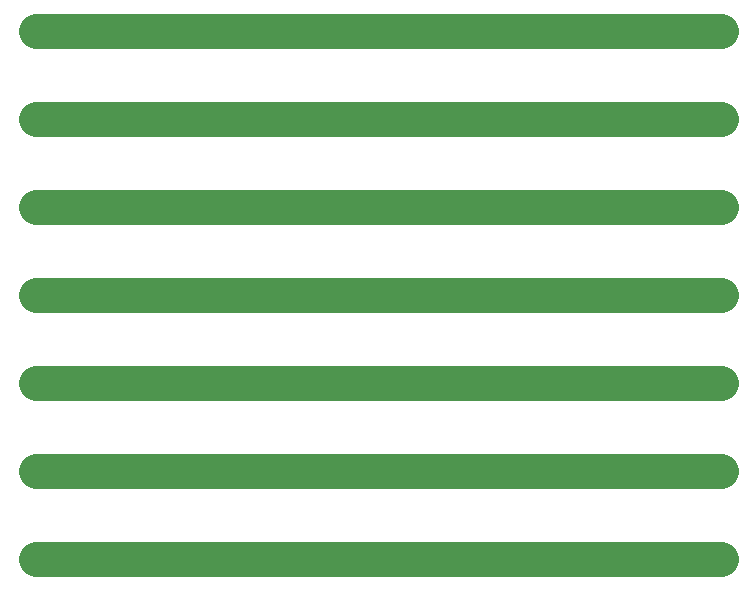
<source format=gbr>
%TF.GenerationSoftware,KiCad,Pcbnew,7.0.7-7.0.7~ubuntu22.04.1*%
%TF.CreationDate,2023-09-16T17:49:40-05:00*%
%TF.ProjectId,TOF_PANELIZED,544f465f-5041-44e4-954c-495a45442e6b,000*%
%TF.SameCoordinates,Original*%
%TF.FileFunction,Other,ECO1*%
%FSLAX46Y46*%
G04 Gerber Fmt 4.6, Leading zero omitted, Abs format (unit mm)*
G04 Created by KiCad (PCBNEW 7.0.7-7.0.7~ubuntu22.04.1) date 2023-09-16 17:49:40*
%MOMM*%
%LPD*%
G01*
G04 APERTURE LIST*
%ADD10C,3.000000*%
G04 APERTURE END LIST*
D10*
X47730000Y-33785000D02*
X105720000Y-33785000D01*
X47730000Y-33785000D02*
X105720000Y-33785000D01*
X47730000Y-41235000D02*
X105720000Y-41235000D01*
X47730000Y-48685000D02*
X105720000Y-48685000D01*
X47730000Y-56135000D02*
X105720000Y-56135000D01*
X47730000Y-63585000D02*
X105720000Y-63585000D01*
X47730000Y-41235000D02*
X105720000Y-41235000D01*
X47730000Y-48685000D02*
X105720000Y-48685000D01*
X47730000Y-56135000D02*
X105720000Y-56135000D01*
X47730000Y-63585000D02*
X105720000Y-63585000D01*
X47730000Y-71035000D02*
X105720000Y-71035000D01*
X47730000Y-26335000D02*
X105720000Y-26335000D01*
M02*

</source>
